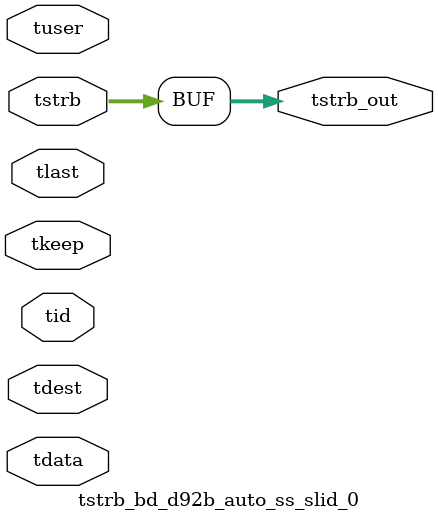
<source format=v>


`timescale 1ps/1ps

module tstrb_bd_d92b_auto_ss_slid_0 #
(
parameter C_S_AXIS_TDATA_WIDTH = 32,
parameter C_S_AXIS_TUSER_WIDTH = 0,
parameter C_S_AXIS_TID_WIDTH   = 0,
parameter C_S_AXIS_TDEST_WIDTH = 0,
parameter C_M_AXIS_TDATA_WIDTH = 32
)
(
input  [(C_S_AXIS_TDATA_WIDTH == 0 ? 1 : C_S_AXIS_TDATA_WIDTH)-1:0     ] tdata,
input  [(C_S_AXIS_TUSER_WIDTH == 0 ? 1 : C_S_AXIS_TUSER_WIDTH)-1:0     ] tuser,
input  [(C_S_AXIS_TID_WIDTH   == 0 ? 1 : C_S_AXIS_TID_WIDTH)-1:0       ] tid,
input  [(C_S_AXIS_TDEST_WIDTH == 0 ? 1 : C_S_AXIS_TDEST_WIDTH)-1:0     ] tdest,
input  [(C_S_AXIS_TDATA_WIDTH/8)-1:0 ] tkeep,
input  [(C_S_AXIS_TDATA_WIDTH/8)-1:0 ] tstrb,
input                                                                    tlast,
output [(C_M_AXIS_TDATA_WIDTH/8)-1:0 ] tstrb_out
);

assign tstrb_out = {tstrb[7:0]};

endmodule


</source>
